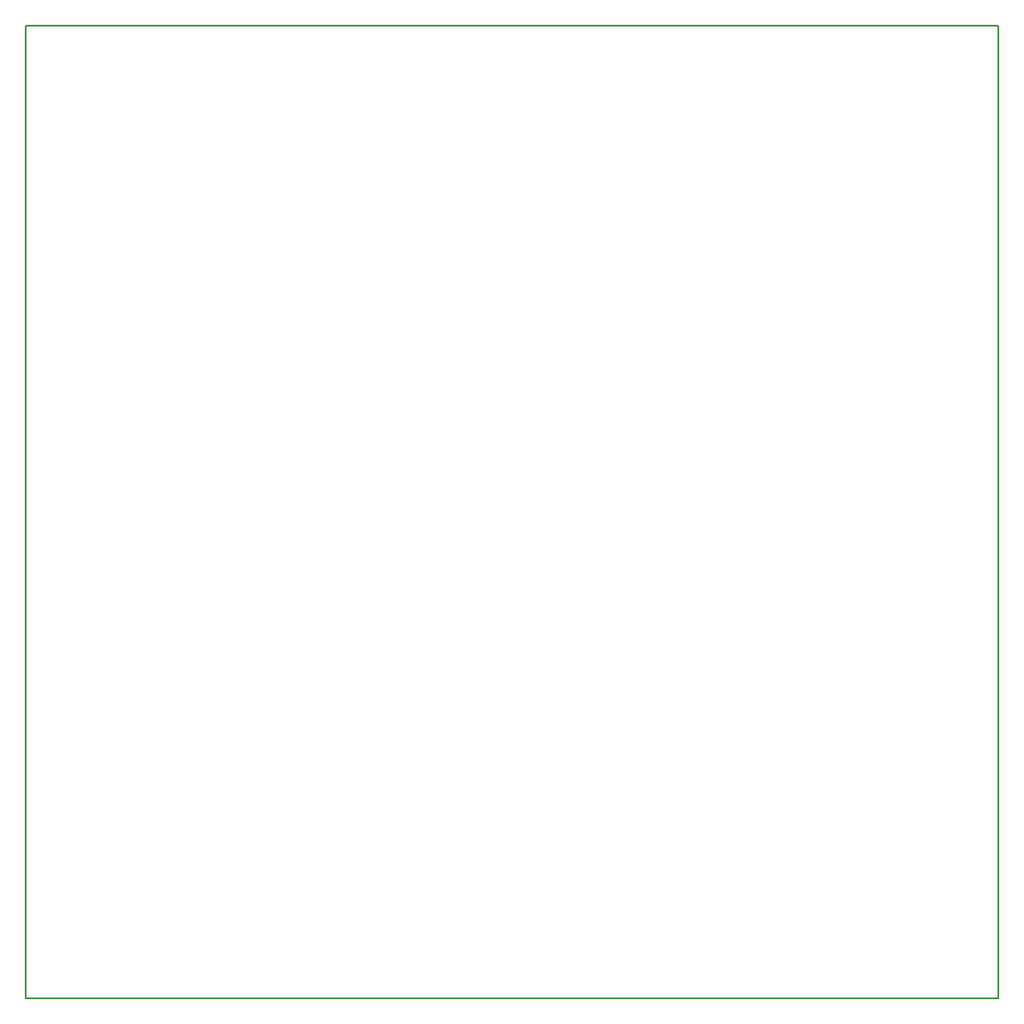
<source format=gbr>
G04 #@! TF.GenerationSoftware,KiCad,Pcbnew,(5.0.1)-3*
G04 #@! TF.CreationDate,2018-11-21T00:41:34-05:00*
G04 #@! TF.ProjectId,SMA_Driver_V1,534D415F4472697665725F56312E6B69,rev?*
G04 #@! TF.SameCoordinates,Original*
G04 #@! TF.FileFunction,Profile,NP*
%FSLAX46Y46*%
G04 Gerber Fmt 4.6, Leading zero omitted, Abs format (unit mm)*
G04 Created by KiCad (PCBNEW (5.0.1)-3) date 11/21/2018 00:41:34*
%MOMM*%
%LPD*%
G01*
G04 APERTURE LIST*
%ADD10C,0.200000*%
G04 APERTURE END LIST*
D10*
X93000000Y0D02*
X93000000Y-93000000D01*
X0Y-93000000D02*
X93000000Y-93000000D01*
X0Y0D02*
X0Y-93000000D01*
X0Y0D02*
X93000000Y0D01*
M02*

</source>
